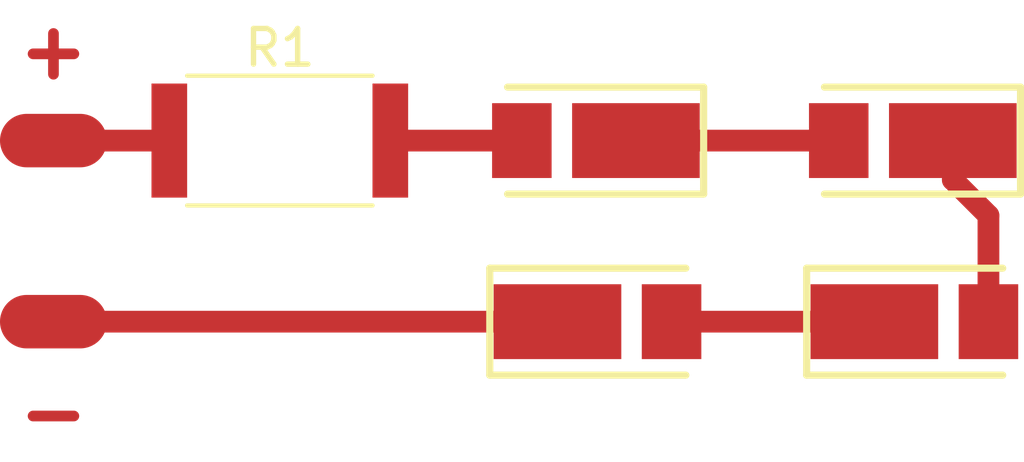
<source format=kicad_pcb>
(kicad_pcb (version 4) (host pcbnew 4.0.6)

  (general
    (links 6)
    (no_connects 0)
    (area 76.5426 103.599266 109.449638 118.650733)
    (thickness 1.6)
    (drawings 2)
    (tracks 8)
    (zones 0)
    (modules 7)
    (nets 7)
  )

  (page USLetter)
  (layers
    (0 F.Cu signal)
    (31 B.Cu signal)
    (34 B.Paste user)
    (35 F.Paste user)
    (36 B.SilkS user)
    (37 F.SilkS user)
    (38 B.Mask user)
    (39 F.Mask user)
    (40 Dwgs.User user)
    (44 Edge.Cuts user)
    (46 B.CrtYd user)
  )

  (setup
    (last_trace_width 0.6096)
    (user_trace_width 0.2032)
    (user_trace_width 0.254)
    (user_trace_width 0.3048)
    (user_trace_width 0.4064)
    (user_trace_width 0.6096)
    (user_trace_width 2.032)
    (trace_clearance 0.1524)
    (zone_clearance 0.508)
    (zone_45_only no)
    (trace_min 0.1524)
    (segment_width 0.254)
    (edge_width 0.1)
    (via_size 0.6858)
    (via_drill 0.3302)
    (via_min_size 0.6858)
    (via_min_drill 0.3302)
    (user_via 1 0.5)
    (uvia_size 0.762)
    (uvia_drill 0.508)
    (uvias_allowed no)
    (uvia_min_size 0.508)
    (uvia_min_drill 0.127)
    (pcb_text_width 0.3)
    (pcb_text_size 1.5 1.5)
    (mod_edge_width 0.15)
    (mod_text_size 1 1)
    (mod_text_width 0.15)
    (pad_size 1.6 1.6)
    (pad_drill 0)
    (pad_to_mask_clearance 0)
    (aux_axis_origin 0 0)
    (grid_origin 210.82 95.25)
    (visible_elements 7FFEFFFF)
    (pcbplotparams
      (layerselection 0x01088_00000001)
      (usegerberextensions true)
      (excludeedgelayer true)
      (linewidth 0.100000)
      (plotframeref false)
      (viasonmask false)
      (mode 1)
      (useauxorigin false)
      (hpglpennumber 1)
      (hpglpenspeed 20)
      (hpglpendiameter 15)
      (hpglpenoverlay 2)
      (psnegative false)
      (psa4output false)
      (plotreference true)
      (plotvalue true)
      (plotinvisibletext false)
      (padsonsilk false)
      (subtractmaskfromsilk false)
      (outputformat 1)
      (mirror false)
      (drillshape 0)
      (scaleselection 1)
      (outputdirectory gerbers/))
  )

  (net 0 "")
  (net 1 GND)
  (net 2 +BATT)
  (net 3 "Net-(D1-Pad2)")
  (net 4 "Net-(D1-Pad1)")
  (net 5 "Net-(D2-Pad1)")
  (net 6 "Net-(D3-Pad1)")

  (net_class Default "This is the default net class."
    (clearance 0.1524)
    (trace_width 0.1524)
    (via_dia 0.6858)
    (via_drill 0.3302)
    (uvia_dia 0.762)
    (uvia_drill 0.508)
    (add_net +BATT)
    (add_net GND)
    (add_net "Net-(D1-Pad1)")
    (add_net "Net-(D1-Pad2)")
    (add_net "Net-(D2-Pad1)")
    (add_net "Net-(D3-Pad1)")
  )

  (module Wire_Pads:SolderWirePad_single_2mmDrill (layer F.Cu) (tedit 5C8C2F0F) (tstamp 5C8C2F09)
    (at 81.28 107.95 90)
    (path /5C8C5369)
    (fp_text reference P1 (at 0 -3.81 90) (layer F.SilkS) hide
      (effects (font (size 1 1) (thickness 0.15)))
    )
    (fp_text value CONN_01X01 (at -0.635 3.81 90) (layer F.Fab)
      (effects (font (size 1 1) (thickness 0.15)))
    )
    (pad 1 smd oval (at 0 0 90) (size 1.5 3) (layers F.Cu F.Paste F.Mask)
      (net 2 +BATT))
  )

  (module Wire_Pads:SolderWirePad_single_2mmDrill (layer F.Cu) (tedit 5C8C2EF2) (tstamp 5C8C2EB7)
    (at 81.28 113.03 90)
    (path /5C8C56A2)
    (fp_text reference P2 (at 0 -3.81 90) (layer F.SilkS) hide
      (effects (font (size 1 1) (thickness 0.15)))
    )
    (fp_text value CONN_01X01 (at -0.635 3.81 90) (layer F.Fab)
      (effects (font (size 1 1) (thickness 0.15)))
    )
    (pad 1 smd oval (at 0 0 90) (size 1.5 3) (layers F.Cu F.Paste F.Mask)
      (net 1 GND))
  )

  (module footprints:LED-5630 (layer F.Cu) (tedit 5C8C2254) (tstamp 5C8C260C)
    (at 96.52 107.95)
    (descr "LED 1206 smd package")
    (tags "LED1206 SMD")
    (path /5C8C3984)
    (attr smd)
    (fp_text reference D1 (at 2.667 1.778) (layer F.SilkS) hide
      (effects (font (size 1.25 1.25) (thickness 0.3125)))
    )
    (fp_text value LED (at 0 2) (layer F.Fab)
      (effects (font (size 1 1) (thickness 0.15)))
    )
    (fp_line (start -2.5 -1.5) (end 3 -1.5) (layer F.SilkS) (width 0.2))
    (fp_line (start 3 -1.5) (end 3 1.5) (layer F.SilkS) (width 0.2))
    (fp_line (start 3 1.5) (end -2.5 1.5) (layer F.SilkS) (width 0.2))
    (fp_line (start 3 -1) (end -3 -1) (layer F.CrtYd) (width 0.2))
    (fp_line (start 2.5 -1.25) (end -2.5 -1.25) (layer F.CrtYd) (width 0.05))
    (fp_line (start -2.5 -1.25) (end -2.5 1.25) (layer F.CrtYd) (width 0.05))
    (fp_line (start -2.5 1.25) (end 2.5 1.25) (layer F.CrtYd) (width 0.05))
    (fp_line (start 2.5 1.25) (end 2.5 -1.25) (layer F.CrtYd) (width 0.05))
    (pad 1 smd rect (at 1.1 0 180) (size 3.58 2.1) (layers F.Cu F.Paste F.Mask)
      (net 4 "Net-(D1-Pad1)"))
    (pad 2 smd rect (at -2.1 0 180) (size 1.67 2.1) (layers F.Cu F.Paste F.Mask)
      (net 3 "Net-(D1-Pad2)"))
    (model LEDs.3dshapes/LED_1206.wrl
      (at (xyz 0 0 0))
      (scale (xyz 1.5 1.5 1.5))
      (rotate (xyz 0 0 0))
    )
  )

  (module footprints:LED-5630 (layer F.Cu) (tedit 5C8C2254) (tstamp 5C8C2616)
    (at 105.41 107.95)
    (descr "LED 1206 smd package")
    (tags "LED1206 SMD")
    (path /5C8C3960)
    (attr smd)
    (fp_text reference D2 (at 2.667 1.778) (layer F.SilkS) hide
      (effects (font (size 1.25 1.25) (thickness 0.3125)))
    )
    (fp_text value LED (at 0 2) (layer F.Fab)
      (effects (font (size 1 1) (thickness 0.15)))
    )
    (fp_line (start -2.5 -1.5) (end 3 -1.5) (layer F.SilkS) (width 0.2))
    (fp_line (start 3 -1.5) (end 3 1.5) (layer F.SilkS) (width 0.2))
    (fp_line (start 3 1.5) (end -2.5 1.5) (layer F.SilkS) (width 0.2))
    (fp_line (start 3 -1) (end -3 -1) (layer F.CrtYd) (width 0.2))
    (fp_line (start 2.5 -1.25) (end -2.5 -1.25) (layer F.CrtYd) (width 0.05))
    (fp_line (start -2.5 -1.25) (end -2.5 1.25) (layer F.CrtYd) (width 0.05))
    (fp_line (start -2.5 1.25) (end 2.5 1.25) (layer F.CrtYd) (width 0.05))
    (fp_line (start 2.5 1.25) (end 2.5 -1.25) (layer F.CrtYd) (width 0.05))
    (pad 1 smd rect (at 1.1 0 180) (size 3.58 2.1) (layers F.Cu F.Paste F.Mask)
      (net 5 "Net-(D2-Pad1)"))
    (pad 2 smd rect (at -2.1 0 180) (size 1.67 2.1) (layers F.Cu F.Paste F.Mask)
      (net 4 "Net-(D1-Pad1)"))
    (model LEDs.3dshapes/LED_1206.wrl
      (at (xyz 0 0 0))
      (scale (xyz 1.5 1.5 1.5))
      (rotate (xyz 0 0 0))
    )
  )

  (module footprints:LED-5630 (layer F.Cu) (tedit 5C8C2254) (tstamp 5C8C2620)
    (at 105.41 113.03 180)
    (descr "LED 1206 smd package")
    (tags "LED1206 SMD")
    (path /5C8C397E)
    (attr smd)
    (fp_text reference D3 (at 2.667 1.778 180) (layer F.SilkS) hide
      (effects (font (size 1.25 1.25) (thickness 0.3125)))
    )
    (fp_text value LED (at 0 2 180) (layer F.Fab)
      (effects (font (size 1 1) (thickness 0.15)))
    )
    (fp_line (start -2.5 -1.5) (end 3 -1.5) (layer F.SilkS) (width 0.2))
    (fp_line (start 3 -1.5) (end 3 1.5) (layer F.SilkS) (width 0.2))
    (fp_line (start 3 1.5) (end -2.5 1.5) (layer F.SilkS) (width 0.2))
    (fp_line (start 3 -1) (end -3 -1) (layer F.CrtYd) (width 0.2))
    (fp_line (start 2.5 -1.25) (end -2.5 -1.25) (layer F.CrtYd) (width 0.05))
    (fp_line (start -2.5 -1.25) (end -2.5 1.25) (layer F.CrtYd) (width 0.05))
    (fp_line (start -2.5 1.25) (end 2.5 1.25) (layer F.CrtYd) (width 0.05))
    (fp_line (start 2.5 1.25) (end 2.5 -1.25) (layer F.CrtYd) (width 0.05))
    (pad 1 smd rect (at 1.1 0) (size 3.58 2.1) (layers F.Cu F.Paste F.Mask)
      (net 6 "Net-(D3-Pad1)"))
    (pad 2 smd rect (at -2.1 0) (size 1.67 2.1) (layers F.Cu F.Paste F.Mask)
      (net 5 "Net-(D2-Pad1)"))
    (model LEDs.3dshapes/LED_1206.wrl
      (at (xyz 0 0 0))
      (scale (xyz 1.5 1.5 1.5))
      (rotate (xyz 0 0 0))
    )
  )

  (module footprints:LED-5630 (layer F.Cu) (tedit 5C8C2254) (tstamp 5C8C262A)
    (at 96.52 113.03 180)
    (descr "LED 1206 smd package")
    (tags "LED1206 SMD")
    (path /5C8C3990)
    (attr smd)
    (fp_text reference D4 (at 2.667 1.778 180) (layer F.SilkS) hide
      (effects (font (size 1.25 1.25) (thickness 0.3125)))
    )
    (fp_text value LED (at 0 2 180) (layer F.Fab)
      (effects (font (size 1 1) (thickness 0.15)))
    )
    (fp_line (start -2.5 -1.5) (end 3 -1.5) (layer F.SilkS) (width 0.2))
    (fp_line (start 3 -1.5) (end 3 1.5) (layer F.SilkS) (width 0.2))
    (fp_line (start 3 1.5) (end -2.5 1.5) (layer F.SilkS) (width 0.2))
    (fp_line (start 3 -1) (end -3 -1) (layer F.CrtYd) (width 0.2))
    (fp_line (start 2.5 -1.25) (end -2.5 -1.25) (layer F.CrtYd) (width 0.05))
    (fp_line (start -2.5 -1.25) (end -2.5 1.25) (layer F.CrtYd) (width 0.05))
    (fp_line (start -2.5 1.25) (end 2.5 1.25) (layer F.CrtYd) (width 0.05))
    (fp_line (start 2.5 1.25) (end 2.5 -1.25) (layer F.CrtYd) (width 0.05))
    (pad 1 smd rect (at 1.1 0) (size 3.58 2.1) (layers F.Cu F.Paste F.Mask)
      (net 1 GND))
    (pad 2 smd rect (at -2.1 0) (size 1.67 2.1) (layers F.Cu F.Paste F.Mask)
      (net 6 "Net-(D3-Pad1)"))
    (model LEDs.3dshapes/LED_1206.wrl
      (at (xyz 0 0 0))
      (scale (xyz 1.5 1.5 1.5))
      (rotate (xyz 0 0 0))
    )
  )

  (module Resistors_SMD:R_2512 (layer F.Cu) (tedit 58E0A804) (tstamp 5C8C26AE)
    (at 87.63 107.95)
    (descr "Resistor SMD 2512, reflow soldering, Vishay (see dcrcw.pdf)")
    (tags "resistor 2512")
    (path /5C8C398A)
    (attr smd)
    (fp_text reference R1 (at 0 -2.6) (layer F.SilkS)
      (effects (font (size 1 1) (thickness 0.15)))
    )
    (fp_text value 100 (at 0 2.75) (layer F.Fab)
      (effects (font (size 1 1) (thickness 0.15)))
    )
    (fp_text user %R (at 0 0) (layer F.Fab)
      (effects (font (size 1 1) (thickness 0.15)))
    )
    (fp_line (start -3.15 1.6) (end -3.15 -1.6) (layer F.Fab) (width 0.1))
    (fp_line (start 3.15 1.6) (end -3.15 1.6) (layer F.Fab) (width 0.1))
    (fp_line (start 3.15 -1.6) (end 3.15 1.6) (layer F.Fab) (width 0.1))
    (fp_line (start -3.15 -1.6) (end 3.15 -1.6) (layer F.Fab) (width 0.1))
    (fp_line (start 2.6 1.82) (end -2.6 1.82) (layer F.SilkS) (width 0.12))
    (fp_line (start -2.6 -1.82) (end 2.6 -1.82) (layer F.SilkS) (width 0.12))
    (fp_line (start -3.85 -1.85) (end 3.85 -1.85) (layer F.CrtYd) (width 0.05))
    (fp_line (start -3.85 -1.85) (end -3.85 1.85) (layer F.CrtYd) (width 0.05))
    (fp_line (start 3.85 1.85) (end 3.85 -1.85) (layer F.CrtYd) (width 0.05))
    (fp_line (start 3.85 1.85) (end -3.85 1.85) (layer F.CrtYd) (width 0.05))
    (pad 1 smd rect (at -3.1 0) (size 1 3.2) (layers F.Cu F.Paste F.Mask)
      (net 2 +BATT))
    (pad 2 smd rect (at 3.1 0) (size 1 3.2) (layers F.Cu F.Paste F.Mask)
      (net 3 "Net-(D1-Pad2)"))
    (model ${KISYS3DMOD}/Resistors_SMD.3dshapes/R_2512.wrl
      (at (xyz 0 0 0))
      (scale (xyz 1 1 1))
      (rotate (xyz 0 0 0))
    )
  )

  (gr_text - (at 81.28 115.57) (layer F.Cu)
    (effects (font (size 1.5 1.5) (thickness 0.3)))
  )
  (gr_text + (at 81.28 105.41) (layer F.Cu)
    (effects (font (size 1.5 1.5) (thickness 0.3)))
  )

  (segment (start 95.42 113.03) (end 81.28 113.03) (width 0.6096) (layer F.Cu) (net 1))
  (segment (start 81.28 107.95) (end 84.53 107.95) (width 0.6096) (layer F.Cu) (net 2))
  (segment (start 90.73 107.95) (end 94.42 107.95) (width 0.6096) (layer F.Cu) (net 3))
  (segment (start 97.62 107.95) (end 103.31 107.95) (width 0.6096) (layer F.Cu) (net 4))
  (segment (start 106.51 107.95) (end 106.51 109.05) (width 0.6096) (layer F.Cu) (net 5))
  (segment (start 107.51 110.05) (end 107.51 113.03) (width 0.6096) (layer F.Cu) (net 5) (tstamp 5C951E66))
  (segment (start 106.51 109.05) (end 107.51 110.05) (width 0.6096) (layer F.Cu) (net 5) (tstamp 5C951E65))
  (segment (start 104.31 113.03) (end 98.62 113.03) (width 0.6096) (layer F.Cu) (net 6))

)

</source>
